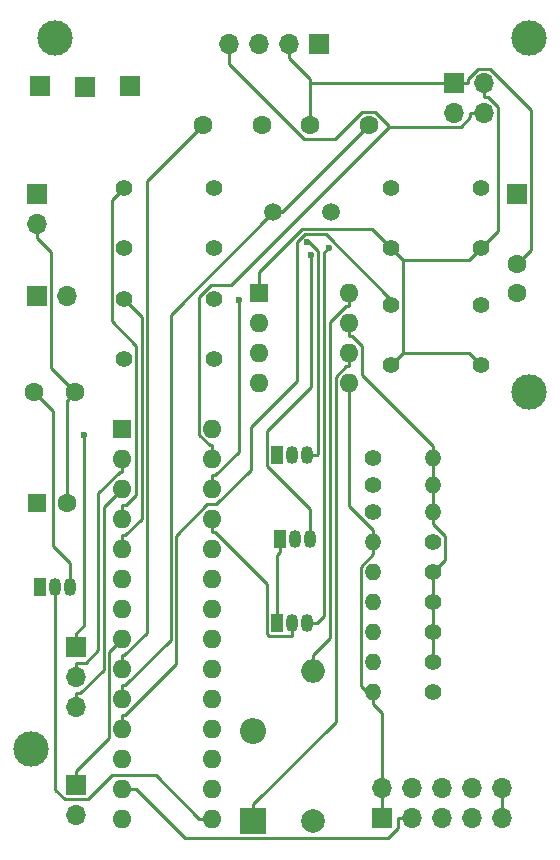
<source format=gbr>
G04 #@! TF.GenerationSoftware,KiCad,Pcbnew,5.0.2-bee76a0~70~ubuntu16.04.1*
G04 #@! TF.CreationDate,2019-04-13T19:03:10+02:00*
G04 #@! TF.ProjectId,birduino-kicad,62697264-7569-46e6-9f2d-6b696361642e,rev?*
G04 #@! TF.SameCoordinates,Original*
G04 #@! TF.FileFunction,Copper,L1,Top*
G04 #@! TF.FilePolarity,Positive*
%FSLAX46Y46*%
G04 Gerber Fmt 4.6, Leading zero omitted, Abs format (unit mm)*
G04 Created by KiCad (PCBNEW 5.0.2-bee76a0~70~ubuntu16.04.1) date Sat 13 Apr 2019 07:03:10 PM CEST*
%MOMM*%
%LPD*%
G01*
G04 APERTURE LIST*
G04 #@! TA.AperFunction,ComponentPad*
%ADD10C,3.000000*%
G04 #@! TD*
G04 #@! TA.AperFunction,ComponentPad*
%ADD11R,1.700000X1.700000*%
G04 #@! TD*
G04 #@! TA.AperFunction,ComponentPad*
%ADD12O,1.700000X1.700000*%
G04 #@! TD*
G04 #@! TA.AperFunction,ComponentPad*
%ADD13C,1.400000*%
G04 #@! TD*
G04 #@! TA.AperFunction,ComponentPad*
%ADD14O,1.400000X1.400000*%
G04 #@! TD*
G04 #@! TA.AperFunction,ComponentPad*
%ADD15C,1.397000*%
G04 #@! TD*
G04 #@! TA.AperFunction,ComponentPad*
%ADD16R,1.600000X1.600000*%
G04 #@! TD*
G04 #@! TA.AperFunction,ComponentPad*
%ADD17O,1.600000X1.600000*%
G04 #@! TD*
G04 #@! TA.AperFunction,ComponentPad*
%ADD18O,1.050000X1.500000*%
G04 #@! TD*
G04 #@! TA.AperFunction,ComponentPad*
%ADD19R,1.050000X1.500000*%
G04 #@! TD*
G04 #@! TA.AperFunction,ComponentPad*
%ADD20C,1.600000*%
G04 #@! TD*
G04 #@! TA.AperFunction,ComponentPad*
%ADD21R,2.200000X2.200000*%
G04 #@! TD*
G04 #@! TA.AperFunction,ComponentPad*
%ADD22O,2.200000X2.200000*%
G04 #@! TD*
G04 #@! TA.AperFunction,ComponentPad*
%ADD23C,2.000000*%
G04 #@! TD*
G04 #@! TA.AperFunction,ComponentPad*
%ADD24O,2.000000X2.000000*%
G04 #@! TD*
G04 #@! TA.AperFunction,ComponentPad*
%ADD25C,1.500000*%
G04 #@! TD*
G04 #@! TA.AperFunction,ViaPad*
%ADD26C,0.600000*%
G04 #@! TD*
G04 #@! TA.AperFunction,Conductor*
%ADD27C,0.250000*%
G04 #@! TD*
G04 APERTURE END LIST*
D10*
G04 #@! TO.P,,1*
G04 #@! TO.N,N/C*
X133350000Y-81534000D03*
G04 #@! TD*
G04 #@! TO.P,,1*
G04 #@! TO.N,N/C*
X173482000Y-111506000D03*
G04 #@! TD*
G04 #@! TO.P,,1*
G04 #@! TO.N,N/C*
X173482000Y-81534000D03*
G04 #@! TD*
G04 #@! TO.P,,1*
G04 #@! TO.N,N/C*
X131318000Y-141732000D03*
G04 #@! TD*
D11*
G04 #@! TO.P,J1,1*
G04 #@! TO.N,Net-(J1-Pad1)*
X135128000Y-133096000D03*
D12*
G04 #@! TO.P,J1,2*
G04 #@! TO.N,Net-(J1-Pad2)*
X135128000Y-135636000D03*
G04 #@! TO.P,J1,3*
G04 #@! TO.N,Net-(J1-Pad3)*
X135128000Y-138176000D03*
G04 #@! TD*
D11*
G04 #@! TO.P,J2,1*
G04 #@! TO.N,GND*
X135128000Y-144780000D03*
D12*
G04 #@! TO.P,J2,2*
G04 #@! TO.N,VCC*
X135128000Y-147320000D03*
G04 #@! TD*
D11*
G04 #@! TO.P,J3,1*
G04 #@! TO.N,VCC*
X161036000Y-147574000D03*
D12*
G04 #@! TO.P,J3,2*
X161036000Y-145034000D03*
G04 #@! TO.P,J3,3*
G04 #@! TO.N,CE*
X163576000Y-147574000D03*
G04 #@! TO.P,J3,4*
G04 #@! TO.N,CSN*
X163576000Y-145034000D03*
G04 #@! TO.P,J3,5*
G04 #@! TO.N,SCK*
X166116000Y-147574000D03*
G04 #@! TO.P,J3,6*
G04 #@! TO.N,MO*
X166116000Y-145034000D03*
G04 #@! TO.P,J3,7*
G04 #@! TO.N,MI*
X168656000Y-147574000D03*
G04 #@! TO.P,J3,8*
G04 #@! TO.N,N/C*
X168656000Y-145034000D03*
G04 #@! TO.P,J3,9*
G04 #@! TO.N,GND*
X171196000Y-147574000D03*
G04 #@! TO.P,J3,10*
X171196000Y-145034000D03*
G04 #@! TD*
D11*
G04 #@! TO.P,J4,1*
G04 #@! TO.N,VCC*
X155702000Y-82042000D03*
D12*
G04 #@! TO.P,J4,2*
G04 #@! TO.N,GND*
X153162000Y-82042000D03*
G04 #@! TO.P,J4,3*
G04 #@! TO.N,SCL*
X150622000Y-82042000D03*
G04 #@! TO.P,J4,4*
G04 #@! TO.N,SDA*
X148082000Y-82042000D03*
G04 #@! TD*
D13*
G04 #@! TO.P,R1,1*
G04 #@! TO.N,Net-(J1-Pad1)*
X165354000Y-136906000D03*
D14*
G04 #@! TO.P,R1,2*
G04 #@! TO.N,VCC*
X160274000Y-136906000D03*
G04 #@! TD*
G04 #@! TO.P,R2,2*
G04 #@! TO.N,N/C*
X160274000Y-134366000D03*
D13*
G04 #@! TO.P,R2,1*
G04 #@! TO.N,GND*
X165354000Y-134366000D03*
G04 #@! TD*
G04 #@! TO.P,R3,1*
G04 #@! TO.N,GND*
X165354000Y-131826000D03*
D14*
G04 #@! TO.P,R3,2*
G04 #@! TO.N,N/C*
X160274000Y-131826000D03*
G04 #@! TD*
G04 #@! TO.P,R4,2*
G04 #@! TO.N,N/C*
X160274000Y-129286000D03*
D13*
G04 #@! TO.P,R4,1*
G04 #@! TO.N,GND*
X165354000Y-129286000D03*
G04 #@! TD*
G04 #@! TO.P,R5,1*
G04 #@! TO.N,GND*
X165354000Y-126746000D03*
D14*
G04 #@! TO.P,R5,2*
G04 #@! TO.N,N/C*
X160274000Y-126746000D03*
G04 #@! TD*
G04 #@! TO.P,R6,2*
G04 #@! TO.N,VCC*
X160274000Y-124206000D03*
D13*
G04 #@! TO.P,R6,1*
G04 #@! TO.N,TEMP*
X165354000Y-124206000D03*
G04 #@! TD*
D15*
G04 #@! TO.P,SW1,1*
G04 #@! TO.N,BT1*
X146812000Y-94234000D03*
G04 #@! TO.P,SW1,2*
G04 #@! TO.N,VCC*
X146812000Y-99314000D03*
G04 #@! TO.P,SW1,1*
G04 #@! TO.N,BT1*
X139192000Y-94234000D03*
G04 #@! TO.P,SW1,2*
G04 #@! TO.N,VCC*
X139192000Y-99314000D03*
G04 #@! TD*
G04 #@! TO.P,SW2,2*
G04 #@! TO.N,VCC*
X139192000Y-108712000D03*
G04 #@! TO.P,SW2,1*
G04 #@! TO.N,BT2*
X139192000Y-103632000D03*
G04 #@! TO.P,SW2,2*
G04 #@! TO.N,VCC*
X146812000Y-108712000D03*
G04 #@! TO.P,SW2,1*
G04 #@! TO.N,BT2*
X146812000Y-103632000D03*
G04 #@! TD*
G04 #@! TO.P,SW3,1*
G04 #@! TO.N,BT3*
X169418000Y-94234000D03*
G04 #@! TO.P,SW3,2*
G04 #@! TO.N,VCC*
X169418000Y-99314000D03*
G04 #@! TO.P,SW3,1*
G04 #@! TO.N,BT3*
X161798000Y-94234000D03*
G04 #@! TO.P,SW3,2*
G04 #@! TO.N,VCC*
X161798000Y-99314000D03*
G04 #@! TD*
G04 #@! TO.P,SW4,2*
G04 #@! TO.N,VCC*
X161798000Y-109220000D03*
G04 #@! TO.P,SW4,1*
G04 #@! TO.N,BT4*
X161798000Y-104140000D03*
G04 #@! TO.P,SW4,2*
G04 #@! TO.N,VCC*
X169418000Y-109220000D03*
G04 #@! TO.P,SW4,1*
G04 #@! TO.N,BT4*
X169418000Y-104140000D03*
G04 #@! TD*
D16*
G04 #@! TO.P,U1,1*
G04 #@! TO.N,Net-(J1-Pad1)*
X139047000Y-114605000D03*
D17*
G04 #@! TO.P,U1,15*
G04 #@! TO.N,TEMP*
X146667000Y-147625000D03*
G04 #@! TO.P,U1,2*
G04 #@! TO.N,Net-(J1-Pad2)*
X139047000Y-117145000D03*
G04 #@! TO.P,U1,16*
G04 #@! TO.N,FREE2*
X146667000Y-145085000D03*
G04 #@! TO.P,U1,3*
G04 #@! TO.N,Net-(J1-Pad3)*
X139047000Y-119685000D03*
G04 #@! TO.P,U1,17*
G04 #@! TO.N,MO*
X146667000Y-142545000D03*
G04 #@! TO.P,U1,4*
G04 #@! TO.N,BT1*
X139047000Y-122225000D03*
G04 #@! TO.P,U1,18*
G04 #@! TO.N,MI*
X146667000Y-140005000D03*
G04 #@! TO.P,U1,5*
G04 #@! TO.N,BT2*
X139047000Y-124765000D03*
G04 #@! TO.P,U1,19*
G04 #@! TO.N,SCK*
X146667000Y-137465000D03*
G04 #@! TO.P,U1,6*
G04 #@! TO.N,BT3*
X139047000Y-127305000D03*
G04 #@! TO.P,U1,20*
G04 #@! TO.N,VCC*
X146667000Y-134925000D03*
G04 #@! TO.P,U1,7*
X139047000Y-129845000D03*
G04 #@! TO.P,U1,21*
G04 #@! TO.N,N/C*
X146667000Y-132385000D03*
G04 #@! TO.P,U1,8*
G04 #@! TO.N,GND*
X139047000Y-132385000D03*
G04 #@! TO.P,U1,22*
X146667000Y-129845000D03*
G04 #@! TO.P,U1,9*
G04 #@! TO.N,XTAL1*
X139047000Y-134925000D03*
G04 #@! TO.P,U1,23*
G04 #@! TO.N,LED1*
X146667000Y-127305000D03*
G04 #@! TO.P,U1,10*
G04 #@! TO.N,XTAL2*
X139047000Y-137465000D03*
G04 #@! TO.P,U1,24*
G04 #@! TO.N,LED2*
X146667000Y-124765000D03*
G04 #@! TO.P,U1,11*
G04 #@! TO.N,BT4*
X139047000Y-140005000D03*
G04 #@! TO.P,U1,25*
G04 #@! TO.N,LED3*
X146667000Y-122225000D03*
G04 #@! TO.P,U1,12*
G04 #@! TO.N,FREE*
X139047000Y-142545000D03*
G04 #@! TO.P,U1,26*
G04 #@! TO.N,PUMP*
X146667000Y-119685000D03*
G04 #@! TO.P,U1,13*
G04 #@! TO.N,CE*
X139047000Y-145085000D03*
G04 #@! TO.P,U1,27*
G04 #@! TO.N,SDA*
X146667000Y-117145000D03*
G04 #@! TO.P,U1,14*
G04 #@! TO.N,CSN*
X139047000Y-147625000D03*
G04 #@! TO.P,U1,28*
G04 #@! TO.N,SCL*
X146667000Y-114605000D03*
G04 #@! TD*
D18*
G04 #@! TO.P,Q1,2*
G04 #@! TO.N,LED3*
X153416000Y-131064000D03*
G04 #@! TO.P,Q1,3*
G04 #@! TO.N,Net-(J5-Pad1)*
X154686000Y-131064000D03*
D19*
G04 #@! TO.P,Q1,1*
G04 #@! TO.N,GND*
X152146000Y-131064000D03*
G04 #@! TD*
G04 #@! TO.P,Q2,1*
G04 #@! TO.N,GND*
X152400000Y-123952000D03*
D18*
G04 #@! TO.P,Q2,3*
G04 #@! TO.N,Net-(J6-Pad1)*
X154940000Y-123952000D03*
G04 #@! TO.P,Q2,2*
G04 #@! TO.N,LED1*
X153670000Y-123952000D03*
G04 #@! TD*
G04 #@! TO.P,Q3,2*
G04 #@! TO.N,LED2*
X153416000Y-116840000D03*
G04 #@! TO.P,Q3,3*
G04 #@! TO.N,Net-(J7-Pad1)*
X154686000Y-116840000D03*
D19*
G04 #@! TO.P,Q3,1*
G04 #@! TO.N,GND*
X152146000Y-116840000D03*
G04 #@! TD*
D13*
G04 #@! TO.P,R7,1*
G04 #@! TO.N,LED3*
X160274000Y-121666000D03*
D14*
G04 #@! TO.P,R7,2*
G04 #@! TO.N,GND*
X165354000Y-121666000D03*
G04 #@! TD*
G04 #@! TO.P,R8,2*
G04 #@! TO.N,GND*
X165354000Y-119380000D03*
D13*
G04 #@! TO.P,R8,1*
G04 #@! TO.N,LED1*
X160274000Y-119380000D03*
G04 #@! TD*
G04 #@! TO.P,R9,1*
G04 #@! TO.N,LED2*
X160274000Y-117094000D03*
D14*
G04 #@! TO.P,R9,2*
G04 #@! TO.N,GND*
X165354000Y-117094000D03*
G04 #@! TD*
D18*
G04 #@! TO.P,U2,2*
G04 #@! TO.N,TEMP*
X133350000Y-128016000D03*
G04 #@! TO.P,U2,3*
G04 #@! TO.N,VCC*
X134620000Y-128016000D03*
D19*
G04 #@! TO.P,U2,1*
G04 #@! TO.N,GND*
X132080000Y-128016000D03*
G04 #@! TD*
D11*
G04 #@! TO.P,J5,1*
G04 #@! TO.N,Net-(J5-Pad1)*
X139700000Y-85598000D03*
G04 #@! TD*
G04 #@! TO.P,J6,1*
G04 #@! TO.N,Net-(J6-Pad1)*
X132080000Y-85598000D03*
G04 #@! TD*
G04 #@! TO.P,J7,1*
G04 #@! TO.N,Net-(J7-Pad1)*
X135890000Y-85645000D03*
G04 #@! TD*
G04 #@! TO.P,J8,1*
G04 #@! TO.N,GND*
X167132000Y-85344000D03*
D12*
G04 #@! TO.P,J8,2*
G04 #@! TO.N,VCC*
X169672000Y-85344000D03*
G04 #@! TO.P,J8,3*
G04 #@! TO.N,SCL*
X167132000Y-87884000D03*
G04 #@! TO.P,J8,4*
G04 #@! TO.N,SDA*
X169672000Y-87884000D03*
G04 #@! TD*
D11*
G04 #@! TO.P,J9,1*
G04 #@! TO.N,PUMP*
X131826000Y-94742000D03*
D12*
G04 #@! TO.P,J9,2*
G04 #@! TO.N,GND*
X131826000Y-97282000D03*
G04 #@! TD*
D20*
G04 #@! TO.P,C1,1*
G04 #@! TO.N,Net-(C1-Pad1)*
X172466000Y-103124000D03*
G04 #@! TO.P,C1,2*
G04 #@! TO.N,GND*
X172466000Y-100624000D03*
G04 #@! TD*
D16*
G04 #@! TO.P,C2,1*
G04 #@! TO.N,/StepUp5V/5V*
X131826000Y-120904000D03*
D20*
G04 #@! TO.P,C2,2*
G04 #@! TO.N,GND*
X134326000Y-120904000D03*
G04 #@! TD*
D21*
G04 #@! TO.P,D1,1*
G04 #@! TO.N,/StepUp5V/5V*
X150114000Y-147828000D03*
D22*
G04 #@! TO.P,D1,2*
G04 #@! TO.N,Net-(D1-Pad2)*
X150114000Y-140208000D03*
G04 #@! TD*
D11*
G04 #@! TO.P,J11,1*
G04 #@! TO.N,/StepUp5V/5V*
X172466000Y-94742000D03*
G04 #@! TD*
D23*
G04 #@! TO.P,L1,1*
G04 #@! TO.N,VCC*
X155194000Y-147828000D03*
D24*
G04 #@! TO.P,L1,2*
G04 #@! TO.N,Net-(D1-Pad2)*
X155194000Y-135128000D03*
G04 #@! TD*
D16*
G04 #@! TO.P,U3,1*
G04 #@! TO.N,VCC*
X150622000Y-103124000D03*
D17*
G04 #@! TO.P,U3,5*
X158242000Y-110744000D03*
G04 #@! TO.P,U3,2*
G04 #@! TO.N,GND*
X150622000Y-105664000D03*
G04 #@! TO.P,U3,6*
G04 #@! TO.N,/StepUp5V/5V*
X158242000Y-108204000D03*
G04 #@! TO.P,U3,3*
G04 #@! TO.N,Net-(C1-Pad1)*
X150622000Y-108204000D03*
G04 #@! TO.P,U3,7*
G04 #@! TO.N,GND*
X158242000Y-105664000D03*
G04 #@! TO.P,U3,4*
G04 #@! TO.N,N/C*
X150622000Y-110744000D03*
G04 #@! TO.P,U3,8*
G04 #@! TO.N,Net-(D1-Pad2)*
X158242000Y-103124000D03*
G04 #@! TD*
D20*
G04 #@! TO.P,C3,1*
G04 #@! TO.N,VCC*
X131572000Y-111506000D03*
G04 #@! TO.P,C3,2*
G04 #@! TO.N,GND*
X135072000Y-111506000D03*
G04 #@! TD*
G04 #@! TO.P,C4,1*
G04 #@! TO.N,XTAL1*
X145876000Y-88900000D03*
G04 #@! TO.P,C4,2*
G04 #@! TO.N,GND*
X150876000Y-88900000D03*
G04 #@! TD*
G04 #@! TO.P,C5,2*
G04 #@! TO.N,XTAL2*
X159940000Y-88900000D03*
G04 #@! TO.P,C5,1*
G04 #@! TO.N,GND*
X154940000Y-88900000D03*
G04 #@! TD*
D25*
G04 #@! TO.P,Y1,1*
G04 #@! TO.N,XTAL1*
X156718000Y-96266000D03*
G04 #@! TO.P,Y1,2*
G04 #@! TO.N,XTAL2*
X151838000Y-96266000D03*
G04 #@! TD*
D11*
G04 #@! TO.P,J10,1*
G04 #@! TO.N,FREE*
X131826000Y-103378000D03*
D12*
G04 #@! TO.P,J10,2*
G04 #@! TO.N,FREE2*
X134366000Y-103378000D03*
G04 #@! TD*
D26*
G04 #@! TO.N,Net-(J1-Pad1)*
X135768000Y-115125000D03*
G04 #@! TO.N,Net-(J5-Pad1)*
X156504000Y-99329100D03*
G04 #@! TO.N,Net-(J6-Pad1)*
X155003000Y-99854600D03*
G04 #@! TO.N,Net-(J7-Pad1)*
X154721000Y-98804900D03*
G04 #@! TO.N,PUMP*
X148913000Y-103688000D03*
G04 #@! TD*
D27*
G04 #@! TO.N,Net-(J1-Pad1)*
X135128000Y-131920700D02*
X135768000Y-131280700D01*
X135768000Y-131280700D02*
X135768000Y-115125000D01*
X135128000Y-133096000D02*
X135128000Y-131920700D01*
G04 #@! TO.N,Net-(J1-Pad2)*
X139047000Y-118270300D02*
X138813800Y-118270300D01*
X138813800Y-118270300D02*
X137020900Y-120063200D01*
X137020900Y-120063200D02*
X137020900Y-133375800D01*
X137020900Y-133375800D02*
X135936000Y-134460700D01*
X135936000Y-134460700D02*
X135128000Y-134460700D01*
X139047000Y-117145000D02*
X139047000Y-118270300D01*
X135128000Y-135636000D02*
X135128000Y-134460700D01*
G04 #@! TO.N,Net-(J1-Pad3)*
X135128000Y-138176000D02*
X135128000Y-137000700D01*
X139047000Y-119685000D02*
X137471200Y-121260800D01*
X137471200Y-121260800D02*
X137471200Y-135022800D01*
X137471200Y-135022800D02*
X135493300Y-137000700D01*
X135493300Y-137000700D02*
X135128000Y-137000700D01*
G04 #@! TO.N,GND*
X135128000Y-143604700D02*
X137921600Y-140811100D01*
X137921600Y-140811100D02*
X137921600Y-133510400D01*
X137921600Y-133510400D02*
X139047000Y-132385000D01*
X135128000Y-144780000D02*
X135128000Y-143604700D01*
X135072000Y-111506000D02*
X133001400Y-109435400D01*
X133001400Y-109435400D02*
X133001400Y-99632700D01*
X133001400Y-99632700D02*
X131826000Y-98457300D01*
X134326000Y-120904000D02*
X134326000Y-112252000D01*
X134326000Y-112252000D02*
X135072000Y-111506000D01*
X131826000Y-97282000D02*
X131826000Y-98457300D01*
X165354000Y-121666000D02*
X165354000Y-122691300D01*
X165354000Y-122691300D02*
X166379400Y-123716700D01*
X166379400Y-123716700D02*
X166379400Y-125720600D01*
X166379400Y-125720600D02*
X165354000Y-126746000D01*
X165354000Y-119380000D02*
X165354000Y-121666000D01*
X167132000Y-85344000D02*
X168307300Y-85344000D01*
X168307300Y-85344000D02*
X168307300Y-84976700D01*
X168307300Y-84976700D02*
X169153300Y-84130700D01*
X169153300Y-84130700D02*
X170175700Y-84130700D01*
X170175700Y-84130700D02*
X173641400Y-87596400D01*
X173641400Y-87596400D02*
X173641400Y-99448600D01*
X173641400Y-99448600D02*
X172466000Y-100624000D01*
X167132000Y-85344000D02*
X154940000Y-85344000D01*
X154940000Y-85344000D02*
X154940000Y-84995300D01*
X154940000Y-84995300D02*
X153162000Y-83217300D01*
X154940000Y-88900000D02*
X154940000Y-85344000D01*
X153162000Y-82042000D02*
X153162000Y-83217300D01*
X165354000Y-117094000D02*
X165354000Y-119380000D01*
X171196000Y-147574000D02*
X171196000Y-145034000D01*
X165354000Y-129286000D02*
X165354000Y-131826000D01*
X165354000Y-126746000D02*
X165354000Y-129286000D01*
X165354000Y-134366000D02*
X165354000Y-131826000D01*
X152400000Y-123952000D02*
X152400000Y-125027300D01*
X152400000Y-125027300D02*
X152146000Y-125281300D01*
X152146000Y-125281300D02*
X152146000Y-131064000D01*
X165354000Y-117094000D02*
X165354000Y-116068700D01*
X158242000Y-105664000D02*
X158242000Y-106789300D01*
X158242000Y-106789300D02*
X158523400Y-106789300D01*
X158523400Y-106789300D02*
X159367300Y-107633200D01*
X159367300Y-107633200D02*
X159367300Y-110082000D01*
X159367300Y-110082000D02*
X165354000Y-116068700D01*
G04 #@! TO.N,VCC*
X131572000Y-111506000D02*
X133184000Y-113118000D01*
X133184000Y-113118000D02*
X133184000Y-124531200D01*
X133184000Y-124531200D02*
X134620000Y-125967200D01*
X134620000Y-125967200D02*
X134620000Y-128016000D01*
X162844900Y-108173100D02*
X161798000Y-109220000D01*
X162844900Y-100360900D02*
X162844900Y-108173100D01*
X162844900Y-108173100D02*
X168371100Y-108173100D01*
X168371100Y-108173100D02*
X169418000Y-109220000D01*
X162844900Y-100360900D02*
X161798000Y-99314000D01*
X169418000Y-99314000D02*
X168371100Y-100360900D01*
X168371100Y-100360900D02*
X162844900Y-100360900D01*
X150622000Y-103124000D02*
X150622000Y-101314400D01*
X150622000Y-101314400D02*
X154247100Y-97689300D01*
X154247100Y-97689300D02*
X160173300Y-97689300D01*
X160173300Y-97689300D02*
X161798000Y-99314000D01*
X160274000Y-124206000D02*
X160274000Y-125231300D01*
X160274000Y-137418600D02*
X159232700Y-136377300D01*
X159232700Y-136377300D02*
X159232700Y-126272600D01*
X159232700Y-126272600D02*
X160274000Y-125231300D01*
X160274000Y-137418600D02*
X160274000Y-137931300D01*
X160274000Y-136906000D02*
X160274000Y-137418600D01*
X161036000Y-145034000D02*
X161036000Y-138693300D01*
X161036000Y-138693300D02*
X160274000Y-137931300D01*
X161036000Y-147574000D02*
X161036000Y-145034000D01*
X160274000Y-124206000D02*
X160274000Y-123180700D01*
X158242000Y-110744000D02*
X158242000Y-121148700D01*
X158242000Y-121148700D02*
X160274000Y-123180700D01*
X169672000Y-85344000D02*
X169672000Y-86519300D01*
X169672000Y-86519300D02*
X170039300Y-86519300D01*
X170039300Y-86519300D02*
X170856400Y-87336400D01*
X170856400Y-87336400D02*
X170856400Y-97875600D01*
X170856400Y-97875600D02*
X169418000Y-99314000D01*
G04 #@! TO.N,CE*
X163576000Y-147574000D02*
X162400700Y-147574000D01*
X139047000Y-145085000D02*
X140172300Y-145085000D01*
X140172300Y-145085000D02*
X144347600Y-149260300D01*
X144347600Y-149260300D02*
X161545600Y-149260300D01*
X161545600Y-149260300D02*
X162400700Y-148405200D01*
X162400700Y-148405200D02*
X162400700Y-147574000D01*
G04 #@! TO.N,BT1*
X139047000Y-122225000D02*
X139047000Y-121099700D01*
X139047000Y-121099700D02*
X139328300Y-121099700D01*
X139328300Y-121099700D02*
X140215900Y-120212100D01*
X140215900Y-120212100D02*
X140215900Y-107565600D01*
X140215900Y-107565600D02*
X138153700Y-105503400D01*
X138153700Y-105503400D02*
X138153700Y-95272300D01*
X138153700Y-95272300D02*
X139192000Y-94234000D01*
G04 #@! TO.N,BT2*
X139047000Y-123639700D02*
X139260500Y-123639700D01*
X139260500Y-123639700D02*
X140686800Y-122213400D01*
X140686800Y-122213400D02*
X140686800Y-105126800D01*
X140686800Y-105126800D02*
X139192000Y-103632000D01*
X139047000Y-124765000D02*
X139047000Y-123639700D01*
G04 #@! TO.N,BT4*
X161798000Y-104140000D02*
X161798000Y-103684600D01*
X161798000Y-103684600D02*
X156253100Y-98139700D01*
X156253100Y-98139700D02*
X154499300Y-98139700D01*
X154499300Y-98139700D02*
X153853500Y-98785500D01*
X153853500Y-98785500D02*
X153853500Y-110580500D01*
X153853500Y-110580500D02*
X149945000Y-114489000D01*
X149945000Y-114489000D02*
X149945000Y-118080300D01*
X149945000Y-118080300D02*
X147015200Y-121010100D01*
X147015200Y-121010100D02*
X146234800Y-121010100D01*
X146234800Y-121010100D02*
X143589200Y-123655700D01*
X143589200Y-123655700D02*
X143589200Y-134549900D01*
X143589200Y-134549900D02*
X139259400Y-138879700D01*
X139259400Y-138879700D02*
X139047000Y-138879700D01*
X139047000Y-140005000D02*
X139047000Y-138879700D01*
G04 #@! TO.N,SDA*
X161627800Y-89059300D02*
X148248300Y-102438800D01*
X148248300Y-102438800D02*
X146543300Y-102438800D01*
X146543300Y-102438800D02*
X145537800Y-103444300D01*
X145537800Y-103444300D02*
X145537800Y-115123700D01*
X145537800Y-115123700D02*
X146433800Y-116019700D01*
X146433800Y-116019700D02*
X146667000Y-116019700D01*
X168496700Y-87884000D02*
X168496700Y-88251400D01*
X168496700Y-88251400D02*
X167688800Y-89059300D01*
X167688800Y-89059300D02*
X161627800Y-89059300D01*
X161627800Y-89059300D02*
X161627800Y-88959100D01*
X161627800Y-88959100D02*
X160443300Y-87774600D01*
X160443300Y-87774600D02*
X159316800Y-87774600D01*
X159316800Y-87774600D02*
X157019400Y-90072000D01*
X157019400Y-90072000D02*
X154430000Y-90072000D01*
X154430000Y-90072000D02*
X148082000Y-83724000D01*
X148082000Y-83724000D02*
X148082000Y-82042000D01*
X146667000Y-117145000D02*
X146667000Y-116019700D01*
X169672000Y-87884000D02*
X168496700Y-87884000D01*
G04 #@! TO.N,TEMP*
X146667000Y-147625000D02*
X145541700Y-147625000D01*
X133350000Y-128016000D02*
X133350000Y-145172300D01*
X133350000Y-145172300D02*
X134172800Y-145995100D01*
X134172800Y-145995100D02*
X136128100Y-145995100D01*
X136128100Y-145995100D02*
X138163500Y-143959700D01*
X138163500Y-143959700D02*
X141876400Y-143959700D01*
X141876400Y-143959700D02*
X145541700Y-147625000D01*
G04 #@! TO.N,LED3*
X146667000Y-122225000D02*
X146667000Y-123350300D01*
X153416000Y-131064000D02*
X153416000Y-132139300D01*
X153416000Y-132139300D02*
X151442800Y-132139300D01*
X151442800Y-132139300D02*
X151268300Y-131964800D01*
X151268300Y-131964800D02*
X151268300Y-127718400D01*
X151268300Y-127718400D02*
X146900200Y-123350300D01*
X146900200Y-123350300D02*
X146667000Y-123350300D01*
G04 #@! TO.N,Net-(J5-Pad1)*
X154686000Y-131064000D02*
X155536300Y-131064000D01*
X156504000Y-99329100D02*
X156162500Y-99670600D01*
X156162500Y-99670600D02*
X156162500Y-130437800D01*
X156162500Y-130437800D02*
X155536300Y-131064000D01*
G04 #@! TO.N,Net-(J6-Pad1)*
X155003000Y-99854600D02*
X155003000Y-111093800D01*
X155003000Y-111093800D02*
X151295600Y-114801200D01*
X151295600Y-114801200D02*
X151295600Y-117739500D01*
X151295600Y-117739500D02*
X154940000Y-121383900D01*
X154940000Y-121383900D02*
X154940000Y-123952000D01*
G04 #@! TO.N,Net-(J7-Pad1)*
X154686000Y-116840000D02*
X155536300Y-116840000D01*
X154721000Y-98804900D02*
X154874400Y-98804900D01*
X154874400Y-98804900D02*
X155633300Y-99563800D01*
X155633300Y-99563800D02*
X155633300Y-116743000D01*
X155633300Y-116743000D02*
X155536300Y-116840000D01*
G04 #@! TO.N,PUMP*
X146667000Y-119685000D02*
X146667000Y-118559700D01*
X148913000Y-103688000D02*
X148913000Y-116546900D01*
X148913000Y-116546900D02*
X146900200Y-118559700D01*
X146900200Y-118559700D02*
X146667000Y-118559700D01*
G04 #@! TO.N,/StepUp5V/5V*
X158242000Y-108204000D02*
X158242000Y-109329300D01*
X150114000Y-147828000D02*
X150114000Y-146402700D01*
X150114000Y-146402700D02*
X157116700Y-139400000D01*
X157116700Y-139400000D02*
X157116700Y-110221400D01*
X157116700Y-110221400D02*
X158008800Y-109329300D01*
X158008800Y-109329300D02*
X158242000Y-109329300D01*
G04 #@! TO.N,Net-(D1-Pad2)*
X155194000Y-135128000D02*
X155194000Y-133802700D01*
X158242000Y-103124000D02*
X158242000Y-104249300D01*
X158242000Y-104249300D02*
X157960700Y-104249300D01*
X157960700Y-104249300D02*
X156666300Y-105543700D01*
X156666300Y-105543700D02*
X156666300Y-132330400D01*
X156666300Y-132330400D02*
X155194000Y-133802700D01*
G04 #@! TO.N,XTAL1*
X139047000Y-133799700D02*
X139223900Y-133799700D01*
X139223900Y-133799700D02*
X141137100Y-131886500D01*
X141137100Y-131886500D02*
X141137100Y-93638900D01*
X141137100Y-93638900D02*
X145876000Y-88900000D01*
X139047000Y-134925000D02*
X139047000Y-133799700D01*
G04 #@! TO.N,XTAL2*
X151838000Y-96266000D02*
X143138900Y-104965100D01*
X143138900Y-104965100D02*
X143138900Y-132481000D01*
X143138900Y-132481000D02*
X139280200Y-136339700D01*
X139280200Y-136339700D02*
X139047000Y-136339700D01*
X151838000Y-96266000D02*
X152574000Y-96266000D01*
X152574000Y-96266000D02*
X159940000Y-88900000D01*
X139047000Y-137465000D02*
X139047000Y-136339700D01*
G04 #@! TD*
M02*

</source>
